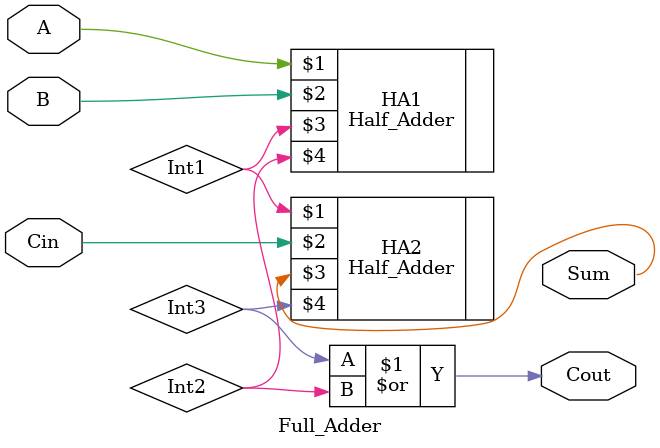
<source format=v>
module Full_Adder(A,B,Cin,Sum,Cout);
    input A,B,Cin;
    output Sum,Cout;
    wire Int1, Int2, Int3;

    Half_Adder HA1(A,B, Int1, Int2) ;
    Half_Adder HA2 (Int1, Cin, Sum, Int3 );
    or (Cout, Int3, Int2	);
endmodule

</source>
